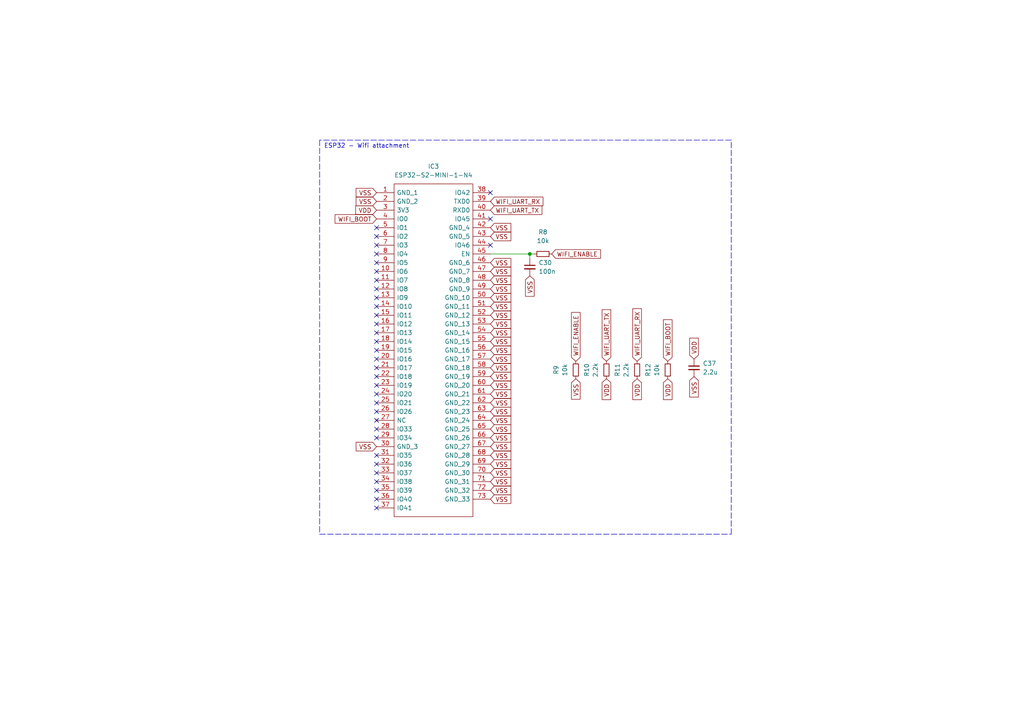
<source format=kicad_sch>
(kicad_sch (version 20211123) (generator eeschema)
  (paper "A4")
  (lib_symbols
    (symbol "Device:C_Small" (pin_numbers hide) (pin_names (offset 0.254) hide)
      (property "Reference" "C" (at 0.254 1.778 0))
      (property "Value" "C_Small" (at 0.254 -2.032 0))
      (symbol "C_Small_0_1"
        (polyline (pts (xy -1.524 -0.508) (xy 1.524 -0.508)) (stroke (width 0.3302)))
        (polyline (pts (xy -1.524 0.508) (xy 1.524 0.508)) (stroke (width 0.3048)))
      )
      (symbol "C_Small_1_1"
        (pin passive line (at 0 2.54 270) (length 2.032) (name "~") (number "1"))
        (pin passive line (at 0 -2.54 90) (length 2.032) (name "~") (number "2"))
      )
    )
    (symbol "Device:R_Small" (pin_numbers hide) (pin_names (offset 0.254) hide)
      (property "Reference" "R" (at 0.762 0.508 0))
      (property "Value" "R_Small" (at 0.762 -1.016 0))
      (symbol "R_Small_0_1"
        (rectangle (start -0.762 1.778) (end 0.762 -1.778) (stroke (width 0.2032)))
      )
      (symbol "R_Small_1_1"
        (pin passive line (at 0 2.54 270) (length 0.762) (name "~") (number "1"))
        (pin passive line (at 0 -2.54 90) (length 0.762) (name "~") (number "2"))
      )
    )
    (symbol "SamacSys_Parts:ESP32-S2-MINI-1-N4" (pin_names (offset 0.762))
      (property "Reference" "IC" (at 29.21 7.62 0))
      (property "Value" "ESP32-S2-MINI-1-N4" (at 29.21 5.08 0))
      (symbol "ESP32-S2-MINI-1-N4_0_0"
        (pin passive line (at 0 0 0) (length 5.08) (name "GND_1") (number "1"))
        (pin passive line (at 0 -22.86 0) (length 5.08) (name "IO6") (number "10"))
        (pin passive line (at 0 -25.4 0) (length 5.08) (name "IO7") (number "11"))
        (pin passive line (at 0 -27.94 0) (length 5.08) (name "IO8") (number "12"))
        (pin passive line (at 0 -30.48 0) (length 5.08) (name "IO9") (number "13"))
        (pin passive line (at 0 -33.02 0) (length 5.08) (name "IO10") (number "14"))
        (pin passive line (at 0 -35.56 0) (length 5.08) (name "IO11") (number "15"))
        (pin passive line (at 0 -38.1 0) (length 5.08) (name "IO12") (number "16"))
        (pin passive line (at 0 -40.64 0) (length 5.08) (name "IO13") (number "17"))
        (pin passive line (at 0 -43.18 0) (length 5.08) (name "IO14") (number "18"))
        (pin passive line (at 0 -45.72 0) (length 5.08) (name "IO15") (number "19"))
        (pin passive line (at 0 -2.54 0) (length 5.08) (name "GND_2") (number "2"))
        (pin passive line (at 0 -48.26 0) (length 5.08) (name "IO16") (number "20"))
        (pin passive line (at 0 -50.8 0) (length 5.08) (name "IO17") (number "21"))
        (pin passive line (at 0 -53.34 0) (length 5.08) (name "IO18") (number "22"))
        (pin passive line (at 0 -55.88 0) (length 5.08) (name "IO19") (number "23"))
        (pin passive line (at 0 -58.42 0) (length 5.08) (name "IO20") (number "24"))
        (pin passive line (at 0 -60.96 0) (length 5.08) (name "IO21") (number "25"))
        (pin passive line (at 0 -63.5 0) (length 5.08) (name "IO26") (number "26"))
        (pin no_connect line (at 0 -66.04 0) (length 5.08) (name "NC") (number "27"))
        (pin passive line (at 0 -68.58 0) (length 5.08) (name "IO33") (number "28"))
        (pin passive line (at 0 -71.12 0) (length 5.08) (name "IO34") (number "29"))
        (pin passive line (at 0 -5.08 0) (length 5.08) (name "3V3") (number "3"))
        (pin passive line (at 0 -73.66 0) (length 5.08) (name "GND_3") (number "30"))
        (pin passive line (at 0 -76.2 0) (length 5.08) (name "IO35") (number "31"))
        (pin passive line (at 0 -78.74 0) (length 5.08) (name "IO36") (number "32"))
        (pin passive line (at 0 -81.28 0) (length 5.08) (name "IO37") (number "33"))
        (pin passive line (at 0 -83.82 0) (length 5.08) (name "IO38") (number "34"))
        (pin passive line (at 0 -86.36 0) (length 5.08) (name "IO39") (number "35"))
        (pin passive line (at 0 -88.9 0) (length 5.08) (name "IO40") (number "36"))
        (pin passive line (at 0 -91.44 0) (length 5.08) (name "IO41") (number "37"))
        (pin passive line (at 33.02 0 180) (length 5.08) (name "IO42") (number "38"))
        (pin passive line (at 33.02 -2.54 180) (length 5.08) (name "TXD0") (number "39"))
        (pin passive line (at 0 -7.62 0) (length 5.08) (name "IO0") (number "4"))
        (pin passive line (at 33.02 -5.08 180) (length 5.08) (name "RXD0") (number "40"))
        (pin passive line (at 33.02 -7.62 180) (length 5.08) (name "IO45") (number "41"))
        (pin passive line (at 33.02 -10.16 180) (length 5.08) (name "GND_4") (number "42"))
        (pin passive line (at 33.02 -12.7 180) (length 5.08) (name "GND_5") (number "43"))
        (pin passive line (at 33.02 -15.24 180) (length 5.08) (name "IO46") (number "44"))
        (pin passive line (at 33.02 -17.78 180) (length 5.08) (name "EN") (number "45"))
        (pin passive line (at 33.02 -20.32 180) (length 5.08) (name "GND_6") (number "46"))
        (pin passive line (at 33.02 -22.86 180) (length 5.08) (name "GND_7") (number "47"))
        (pin passive line (at 33.02 -25.4 180) (length 5.08) (name "GND_8") (number "48"))
        (pin passive line (at 33.02 -27.94 180) (length 5.08) (name "GND_9") (number "49"))
        (pin passive line (at 0 -10.16 0) (length 5.08) (name "IO1") (number "5"))
        (pin passive line (at 33.02 -30.48 180) (length 5.08) (name "GND_10") (number "50"))
        (pin passive line (at 33.02 -33.02 180) (length 5.08) (name "GND_11") (number "51"))
        (pin passive line (at 33.02 -35.56 180) (length 5.08) (name "GND_12") (number "52"))
        (pin passive line (at 33.02 -38.1 180) (length 5.08) (name "GND_13") (number "53"))
        (pin passive line (at 33.02 -40.64 180) (length 5.08) (name "GND_14") (number "54"))
        (pin passive line (at 33.02 -43.18 180) (length 5.08) (name "GND_15") (number "55"))
        (pin passive line (at 33.02 -45.72 180) (length 5.08) (name "GND_16") (number "56"))
        (pin passive line (at 33.02 -48.26 180) (length 5.08) (name "GND_17") (number "57"))
        (pin passive line (at 33.02 -50.8 180) (length 5.08) (name "GND_18") (number "58"))
        (pin passive line (at 33.02 -53.34 180) (length 5.08) (name "GND_19") (number "59"))
        (pin passive line (at 0 -12.7 0) (length 5.08) (name "IO2") (number "6"))
        (pin passive line (at 33.02 -55.88 180) (length 5.08) (name "GND_20") (number "60"))
        (pin passive line (at 33.02 -58.42 180) (length 5.08) (name "GND_21") (number "61"))
        (pin passive line (at 33.02 -60.96 180) (length 5.08) (name "GND_22") (number "62"))
        (pin passive line (at 33.02 -63.5 180) (length 5.08) (name "GND_23") (number "63"))
        (pin passive line (at 33.02 -66.04 180) (length 5.08) (name "GND_24") (number "64"))
        (pin passive line (at 33.02 -68.58 180) (length 5.08) (name "GND_25") (number "65"))
        (pin passive line (at 33.02 -71.12 180) (length 5.08) (name "GND_26") (number "66"))
        (pin passive line (at 33.02 -73.66 180) (length 5.08) (name "GND_27") (number "67"))
        (pin passive line (at 33.02 -76.2 180) (length 5.08) (name "GND_28") (number "68"))
        (pin passive line (at 33.02 -78.74 180) (length 5.08) (name "GND_29") (number "69"))
        (pin passive line (at 0 -15.24 0) (length 5.08) (name "IO3") (number "7"))
        (pin passive line (at 33.02 -81.28 180) (length 5.08) (name "GND_30") (number "70"))
        (pin passive line (at 33.02 -83.82 180) (length 5.08) (name "GND_31") (number "71"))
        (pin passive line (at 33.02 -86.36 180) (length 5.08) (name "GND_32") (number "72"))
        (pin passive line (at 33.02 -88.9 180) (length 5.08) (name "GND_33") (number "73"))
        (pin passive line (at 0 -17.78 0) (length 5.08) (name "IO4") (number "8"))
        (pin passive line (at 0 -20.32 0) (length 5.08) (name "IO5") (number "9"))
      )
      (symbol "ESP32-S2-MINI-1-N4_0_1"
        (polyline (pts (xy 5.08 2.54) (xy 27.94 2.54) (xy 27.94 -93.98) (xy 5.08 -93.98) (xy 5.08 2.54)) (stroke (width 0.1524)))
      )
    )
  )
  (junction (at 153.67 73.66))
  (no_connect (at 109.22 106.68))
  (no_connect (at 109.22 134.62))
  (no_connect (at 109.22 101.6))
  (no_connect (at 109.22 121.92))
  (no_connect (at 109.22 83.82))
  (no_connect (at 109.22 66.04))
  (no_connect (at 109.22 78.74))
  (no_connect (at 109.22 88.9))
  (no_connect (at 109.22 137.16))
  (no_connect (at 109.22 81.28))
  (no_connect (at 109.22 124.46))
  (no_connect (at 109.22 99.06))
  (no_connect (at 142.24 63.5))
  (no_connect (at 109.22 91.44))
  (no_connect (at 109.22 114.3))
  (no_connect (at 109.22 116.84))
  (no_connect (at 109.22 132.08))
  (no_connect (at 109.22 147.32))
  (no_connect (at 109.22 96.52))
  (no_connect (at 109.22 76.2))
  (no_connect (at 109.22 104.14))
  (no_connect (at 142.24 71.12))
  (no_connect (at 109.22 144.78))
  (no_connect (at 109.22 73.66))
  (no_connect (at 109.22 127))
  (no_connect (at 109.22 142.24))
  (no_connect (at 109.22 93.98))
  (no_connect (at 109.22 86.36))
  (no_connect (at 109.22 109.22))
  (no_connect (at 109.22 111.76))
  (no_connect (at 142.24 55.88))
  (no_connect (at 109.22 119.38))
  (no_connect (at 109.22 68.58))
  (no_connect (at 109.22 139.7))
  (no_connect (at 109.22 71.12))
  (polyline (pts (xy 212.09 40.64) (xy 92.71 40.64)))
  (polyline (pts (xy 212.09 154.94) (xy 212.09 40.64)))
  (wire (pts (xy 142.24 73.66) (xy 153.67 73.66)))
  (polyline (pts (xy 92.71 154.94) (xy 212.09 154.94)))
  (wire (pts (xy 153.67 74.93) (xy 153.67 73.66)))
  (wire (pts (xy 153.67 73.66) (xy 154.94 73.66)))
  (polyline (pts (xy 92.71 40.64) (xy 92.71 154.94)))
  (text "ESP32 - Wifi attachment" (at 93.98 43.18 0) (effects (font (size 1.27 1.27)) (justify left bottom)))
  (global_label "WIFI_UART_TX" (shape input) (at 142.24 60.96 0) (property "Intersheet References" "${INTERSHEET_REFS}" (effects hide)))
  (global_label "VSS" (shape input) (at 142.24 111.76 0) (property "Intersheet References" "${INTERSHEET_REFS}" (effects hide)))
  (global_label "VSS" (shape input) (at 142.24 86.36 0) (property "Intersheet References" "${INTERSHEET_REFS}" (effects hide)))
  (global_label "VSS" (shape input) (at 142.24 66.04 0) (property "Intersheet References" "${INTERSHEET_REFS}" (effects hide)))
  (global_label "VSS" (shape input) (at 142.24 78.74 0) (property "Intersheet References" "${INTERSHEET_REFS}" (effects hide)))
  (global_label "VSS" (shape input) (at 142.24 116.84 0) (property "Intersheet References" "${INTERSHEET_REFS}" (effects hide)))
  (global_label "VSS" (shape input) (at 142.24 109.22 0) (property "Intersheet References" "${INTERSHEET_REFS}" (effects hide)))
  (global_label "VSS" (shape input) (at 142.24 144.78 0) (property "Intersheet References" "${INTERSHEET_REFS}" (effects hide)))
  (global_label "VSS" (shape input) (at 142.24 81.28 0) (property "Intersheet References" "${INTERSHEET_REFS}" (effects hide)))
  (global_label "VSS" (shape input) (at 142.24 96.52 0) (property "Intersheet References" "${INTERSHEET_REFS}" (effects hide)))
  (global_label "VSS" (shape input) (at 142.24 91.44 0) (property "Intersheet References" "${INTERSHEET_REFS}" (effects hide)))
  (global_label "VSS" (shape input) (at 142.24 137.16 0) (property "Intersheet References" "${INTERSHEET_REFS}" (effects hide)))
  (global_label "VSS" (shape input) (at 142.24 83.82 0) (property "Intersheet References" "${INTERSHEET_REFS}" (effects hide)))
  (global_label "VSS" (shape input) (at 142.24 88.9 0) (property "Intersheet References" "${INTERSHEET_REFS}" (effects hide)))
  (global_label "VSS" (shape input) (at 142.24 134.62 0) (property "Intersheet References" "${INTERSHEET_REFS}" (effects hide)))
  (global_label "VDD" (shape input) (at 184.785 109.855 270) (property "Intersheet References" "${INTERSHEET_REFS}" (effects hide)))
  (global_label "VDD" (shape input) (at 175.895 109.855 270) (property "Intersheet References" "${INTERSHEET_REFS}" (effects hide)))
  (global_label "VSS" (shape input) (at 109.22 55.88 180) (property "Intersheet References" "${INTERSHEET_REFS}" (effects hide)))
  (global_label "VDD" (shape input) (at 109.22 60.96 180) (property "Intersheet References" "${INTERSHEET_REFS}" (effects hide)))
  (global_label "VSS" (shape input) (at 142.24 106.68 0) (property "Intersheet References" "${INTERSHEET_REFS}" (effects hide)))
  (global_label "VSS" (shape input) (at 142.24 129.54 0) (property "Intersheet References" "${INTERSHEET_REFS}" (effects hide)))
  (global_label "VSS" (shape input) (at 201.295 109.22 270) (property "Intersheet References" "${INTERSHEET_REFS}" (effects hide)))
  (global_label "VSS" (shape input) (at 142.24 119.38 0) (property "Intersheet References" "${INTERSHEET_REFS}" (effects hide)))
  (global_label "VSS" (shape input) (at 142.24 76.2 0) (property "Intersheet References" "${INTERSHEET_REFS}" (effects hide)))
  (global_label "VSS" (shape input) (at 142.24 114.3 0) (property "Intersheet References" "${INTERSHEET_REFS}" (effects hide)))
  (global_label "VSS" (shape input) (at 142.24 132.08 0) (property "Intersheet References" "${INTERSHEET_REFS}" (effects hide)))
  (global_label "WIFI_ENABLE" (shape input) (at 160.02 73.66 0) (property "Intersheet References" "${INTERSHEET_REFS}" (effects hide)))
  (global_label "VSS" (shape input) (at 142.24 68.58 0) (property "Intersheet References" "${INTERSHEET_REFS}" (effects hide)))
  (global_label "WIFI_UART_RX" (shape input) (at 142.24 58.42 0) (property "Intersheet References" "${INTERSHEET_REFS}" (effects hide)))
  (global_label "VSS" (shape input) (at 109.22 129.54 180) (property "Intersheet References" "${INTERSHEET_REFS}" (effects hide)))
  (global_label "WIFI_BOOT" (shape input) (at 193.675 104.775 90) (property "Intersheet References" "${INTERSHEET_REFS}" (effects hide)))
  (global_label "VSS" (shape input) (at 142.24 101.6 0) (property "Intersheet References" "${INTERSHEET_REFS}" (effects hide)))
  (global_label "VSS" (shape input) (at 142.24 142.24 0) (property "Intersheet References" "${INTERSHEET_REFS}" (effects hide)))
  (global_label "VSS" (shape input) (at 142.24 104.14 0) (property "Intersheet References" "${INTERSHEET_REFS}" (effects hide)))
  (global_label "VSS" (shape input) (at 142.24 121.92 0) (property "Intersheet References" "${INTERSHEET_REFS}" (effects hide)))
  (global_label "VSS" (shape input) (at 153.67 80.01 270) (property "Intersheet References" "${INTERSHEET_REFS}" (effects hide)))
  (global_label "WIFI_UART_TX" (shape input) (at 175.895 104.775 90) (property "Intersheet References" "${INTERSHEET_REFS}" (effects hide)))
  (global_label "WIFI_UART_RX" (shape input) (at 184.785 104.775 90) (property "Intersheet References" "${INTERSHEET_REFS}" (effects hide)))
  (global_label "WIFI_ENABLE" (shape input) (at 167.005 104.775 90) (property "Intersheet References" "${INTERSHEET_REFS}" (effects hide)))
  (global_label "VSS" (shape input) (at 109.22 58.42 180) (property "Intersheet References" "${INTERSHEET_REFS}" (effects hide)))
  (global_label "VSS" (shape input) (at 142.24 127 0) (property "Intersheet References" "${INTERSHEET_REFS}" (effects hide)))
  (global_label "VDD" (shape input) (at 201.295 104.14 90) (property "Intersheet References" "${INTERSHEET_REFS}" (effects hide)))
  (global_label "VSS" (shape input) (at 142.24 93.98 0) (property "Intersheet References" "${INTERSHEET_REFS}" (effects hide)))
  (global_label "VSS" (shape input) (at 167.005 109.855 270) (property "Intersheet References" "${INTERSHEET_REFS}" (effects hide)))
  (global_label "VSS" (shape input) (at 142.24 124.46 0) (property "Intersheet References" "${INTERSHEET_REFS}" (effects hide)))
  (global_label "VDD" (shape input) (at 193.675 109.855 270) (property "Intersheet References" "${INTERSHEET_REFS}" (effects hide)))
  (global_label "VSS" (shape input) (at 142.24 99.06 0) (property "Intersheet References" "${INTERSHEET_REFS}" (effects hide)))
  (global_label "VSS" (shape input) (at 142.24 139.7 0) (property "Intersheet References" "${INTERSHEET_REFS}" (effects hide)))
  (global_label "WIFI_BOOT" (shape input) (at 109.22 63.5 180) (property "Intersheet References" "${INTERSHEET_REFS}" (effects hide)))
  (symbol (lib_id "Device:R_Small") (at 157.48 73.66 90) (mirror x) (unit 1)
    (property "Reference" "R8" (at 157.48 67.31 90))
    (property "Value" "10k" (at 157.48 69.85 90))
    (property "Footprint" "Resistor_SMD:R_0402_1005Metric" (effects hide))
  )
  (symbol (lib_id "Device:C_Small") (at 153.67 77.47 0) (unit 1)
    (property "Reference" "C30" (at 156.21 76.2062 0) (effects (justify left)))
    (property "Value" "100n" (at 156.21 78.7462 0) (effects (justify left)))
    (property "Footprint" "Capacitor_SMD:C_0402_1005Metric" (effects hide))
  )
  (symbol (lib_id "Device:R_Small") (at 175.895 107.315 0) (mirror y) (unit 1)
    (property "Reference" "R10" (at 170.18 107.315 90))
    (property "Value" "2.2k" (at 172.72 107.315 90))
    (property "Footprint" "Resistor_SMD:R_0402_1005Metric" (effects hide))
  )
  (symbol (lib_id "Device:R_Small") (at 184.785 107.315 0) (mirror y) (unit 1)
    (property "Reference" "R11" (at 179.07 107.315 90))
    (property "Value" "2.2k" (at 181.61 107.315 90))
    (property "Footprint" "Resistor_SMD:R_0402_1005Metric" (effects hide))
  )
  (symbol (lib_id "SamacSys_Parts:ESP32-S2-MINI-1-N4") (at 109.22 55.88 0) (unit 1)
    (property "Reference" "IC3" (at 125.73 48.26 0))
    (property "Value" "ESP32-S2-MINI-1-N4" (at 125.73 50.8 0))
    (property "Footprint" "SamacSys_Parts:ESP32S2MINI1N4" (effects hide))
    (property "Datasheet" "https://www.espressif.com/sites/default/files/documentation/esp32-s2-mini-1_esp32-s2-mini-1u_datasheet_en.pdf" (effects hide))
    (property "Description" "SMD MODULE W/PCB ANTENNA" (effects hide))
    (property "Height" "2.55" (effects hide))
    (property "Mouser Part Number" "356-ESP32-S2-MINI-1" (effects hide))
    (property "Mouser Price/Stock" "https://www.mouser.co.uk/ProductDetail/Espressif-Systems/ESP32-S2-MINI-1-N4?qs=DPoM0jnrROXX974%252BTWoceA%3D%3D" (effects hide))
    (property "Manufacturer_Name" "Espressif Systems" (effects hide))
    (property "Manufacturer_Part_Number" "ESP32-S2-MINI-1-N4" (effects hide))
  )
  (symbol (lib_id "Device:R_Small") (at 167.005 107.315 0) (mirror y) (unit 1)
    (property "Reference" "R9" (at 161.29 107.315 90))
    (property "Value" "10k" (at 163.83 107.315 90))
    (property "Footprint" "Resistor_SMD:R_0402_1005Metric" (effects hide))
  )
  (symbol (lib_id "Device:R_Small") (at 193.675 107.315 0) (mirror y) (unit 1)
    (property "Reference" "R12" (at 187.96 107.315 90))
    (property "Value" "10k" (at 190.5 107.315 90))
    (property "Footprint" "Resistor_SMD:R_0402_1005Metric" (effects hide))
  )
  (symbol (lib_id "Device:C_Small") (at 201.295 106.68 0) (unit 1)
    (property "Reference" "C37" (at 203.835 105.4162 0) (effects (justify left)))
    (property "Value" "2.2u" (at 203.835 107.9562 0) (effects (justify left)))
    (property "Footprint" "Capacitor_SMD:C_0603_1608Metric" (effects hide))
  )
)
</source>
